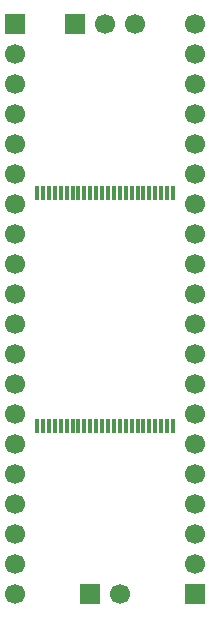
<source format=gts>
G04 #@! TF.GenerationSoftware,KiCad,Pcbnew,9.0.7*
G04 #@! TF.CreationDate,2026-01-28T19:45:35+11:00*
G04 #@! TF.ProjectId,16BitFlashROM_Adaptor,31364269-7446-46c6-9173-68524f4d5f41,rev?*
G04 #@! TF.SameCoordinates,Original*
G04 #@! TF.FileFunction,Soldermask,Top*
G04 #@! TF.FilePolarity,Negative*
%FSLAX46Y46*%
G04 Gerber Fmt 4.6, Leading zero omitted, Abs format (unit mm)*
G04 Created by KiCad (PCBNEW 9.0.7) date 2026-01-28 19:45:35*
%MOMM*%
%LPD*%
G01*
G04 APERTURE LIST*
%ADD10R,1.700000X1.700000*%
%ADD11C,1.700000*%
%ADD12R,0.300000X1.300000*%
G04 APERTURE END LIST*
D10*
X144780000Y-88900000D03*
D11*
X147320000Y-88900000D03*
X149860000Y-88900000D03*
D12*
X153070000Y-103185000D03*
X152570000Y-103185000D03*
X152070000Y-103185000D03*
X151570000Y-103185000D03*
X151070000Y-103185000D03*
X150570000Y-103185000D03*
X150070000Y-103185000D03*
X149570000Y-103185000D03*
X149070000Y-103185000D03*
X148570000Y-103185000D03*
X148070000Y-103185000D03*
X147570000Y-103185000D03*
X147070000Y-103185000D03*
X146570000Y-103185000D03*
X146070000Y-103185000D03*
X145570000Y-103185000D03*
X145070000Y-103185000D03*
X144570000Y-103185000D03*
X144070000Y-103185000D03*
X143570000Y-103185000D03*
X143070000Y-103185000D03*
X142570000Y-103185000D03*
X142070000Y-103185000D03*
X141570000Y-103185000D03*
X141570000Y-122885000D03*
X142070000Y-122885000D03*
X142570000Y-122885000D03*
X143070000Y-122885000D03*
X143570000Y-122885000D03*
X144070000Y-122885000D03*
X144570000Y-122885000D03*
X145070000Y-122885000D03*
X145570000Y-122885000D03*
X146070000Y-122885000D03*
X146570000Y-122885000D03*
X147070000Y-122885000D03*
X147570000Y-122885000D03*
X148070000Y-122885000D03*
X148570000Y-122885000D03*
X149070000Y-122885000D03*
X149570000Y-122885000D03*
X150070000Y-122885000D03*
X150570000Y-122885000D03*
X151070000Y-122885000D03*
X151570000Y-122885000D03*
X152070000Y-122885000D03*
X152570000Y-122885000D03*
X153070000Y-122885000D03*
D10*
X146045000Y-137160000D03*
D11*
X148585000Y-137160000D03*
D10*
X139700000Y-88900000D03*
D11*
X139700000Y-91440000D03*
X139700000Y-93980000D03*
X139700000Y-96520000D03*
X139700000Y-99060000D03*
X139700000Y-101600000D03*
X139700000Y-104140000D03*
X139700000Y-106680000D03*
X139700000Y-109220000D03*
X139700000Y-111760000D03*
X139700000Y-114300000D03*
X139700000Y-116840000D03*
X139700000Y-119380000D03*
X139700000Y-121920000D03*
X139700000Y-124460000D03*
X139700000Y-127000000D03*
X139700000Y-129540000D03*
X139700000Y-132080000D03*
X139700000Y-134620000D03*
X139700000Y-137160000D03*
D10*
X154940000Y-137160000D03*
D11*
X154940000Y-134620000D03*
X154940000Y-132080000D03*
X154940000Y-129540000D03*
X154940000Y-127000000D03*
X154940000Y-124460000D03*
X154940000Y-121920000D03*
X154940000Y-119380000D03*
X154940000Y-116840000D03*
X154940000Y-114300000D03*
X154940000Y-111760000D03*
X154940000Y-109220000D03*
X154940000Y-106680000D03*
X154940000Y-104140000D03*
X154940000Y-101600000D03*
X154940000Y-99060000D03*
X154940000Y-96520000D03*
X154940000Y-93980000D03*
X154940000Y-91440000D03*
X154940000Y-88900000D03*
M02*

</source>
